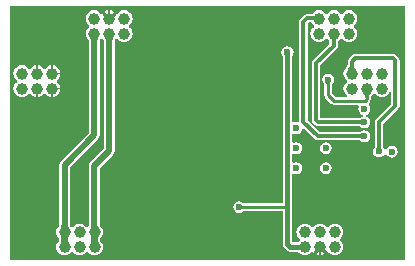
<source format=gbl>
G04*
G04 #@! TF.GenerationSoftware,Altium Limited,Altium Designer,20.1.8 (145)*
G04*
G04 Layer_Physical_Order=4*
G04 Layer_Color=16711680*
%FSTAX43Y43*%
%MOMM*%
G71*
G04*
G04 #@! TF.SameCoordinates,48CEEDD8-FEA7-46FE-8C49-AB3D6DD9764B*
G04*
G04*
G04 #@! TF.FilePolarity,Positive*
G04*
G01*
G75*
%ADD10C,0.250*%
%ADD35C,0.300*%
%ADD36C,0.400*%
%ADD37C,0.500*%
%ADD38C,1.000*%
%ADD39C,0.600*%
G36*
X0113257Y0090824D02*
X0079767D01*
Y0112314D01*
X0113257D01*
Y0090824D01*
D02*
G37*
%LPC*%
G36*
X0108452Y0111945D02*
X0108269Y0111921D01*
X0108099Y011185D01*
X0107953Y0111738D01*
X0107895Y0111664D01*
X0107738D01*
X0107681Y0111738D01*
X0107535Y011185D01*
X0107365Y0111921D01*
X0107182Y0111945D01*
X0106999Y0111921D01*
X0106829Y011185D01*
X0106683Y0111738D01*
X0106625Y0111664D01*
X0106468D01*
X0106411Y0111738D01*
X0106265Y011185D01*
X0106095Y0111921D01*
X0105912Y0111945D01*
X0105729Y0111921D01*
X0105559Y011185D01*
X0105413Y0111738D01*
X0105326Y0111626D01*
X0104963D01*
X0104827Y0111599D01*
X0104711Y0111521D01*
X0104359Y011117D01*
X0104282Y0111054D01*
X0104255Y0110917D01*
Y010255D01*
X0104254Y0102548D01*
X0104135Y0102455D01*
X0104132Y0102455D01*
X0104012Y0102479D01*
X0103817Y010244D01*
X0103789Y0102421D01*
X0103677Y0102481D01*
Y0108094D01*
X010374Y0108188D01*
X0103779Y0108383D01*
X010374Y0108578D01*
X010363Y0108744D01*
X0103464Y0108854D01*
X0103269Y0108893D01*
X0103074Y0108854D01*
X0102909Y0108744D01*
X0102798Y0108578D01*
X010276Y0108383D01*
X0102798Y0108188D01*
X0102862Y0108094D01*
Y00956D01*
X0099558D01*
X0099539Y0095629D01*
X0099374Y009574D01*
X0099178Y0095779D01*
X0098983Y009574D01*
X0098818Y0095629D01*
X0098707Y0095464D01*
X0098669Y0095269D01*
X0098707Y0095074D01*
X0098818Y0094908D01*
X0098983Y0094798D01*
X0099178Y0094759D01*
X0099374Y0094798D01*
X0099539Y0094908D01*
X0099558Y0094937D01*
X0102862D01*
Y0092133D01*
X0102862Y0092133D01*
X0102893Y0091977D01*
X0102981Y0091845D01*
X0103215Y009161D01*
X0103215Y009161D01*
X0103348Y0091522D01*
X0103504Y0091491D01*
X0104157D01*
X0104228Y00914D01*
X0104374Y0091287D01*
X0104544Y0091217D01*
X0104727Y0091193D01*
X010491Y0091217D01*
X010508Y0091287D01*
X0105226Y00914D01*
X0105283Y0091474D01*
X010544D01*
X0105498Y00914D01*
X0105644Y0091287D01*
X0105814Y0091217D01*
X0105922Y0091203D01*
Y0091899D01*
X0106072D01*
Y0091203D01*
X010618Y0091217D01*
X010635Y0091287D01*
X0106496Y00914D01*
X0106553Y0091474D01*
X010671D01*
X0106768Y00914D01*
X0106914Y0091287D01*
X0107084Y0091217D01*
X0107267Y0091193D01*
X010745Y0091217D01*
X010762Y0091287D01*
X0107766Y00914D01*
X0107878Y0091546D01*
X0107949Y0091716D01*
X0107973Y0091899D01*
X0107949Y0092082D01*
X0107878Y0092252D01*
X0107766Y0092398D01*
X0107692Y0092455D01*
Y0092612D01*
X0107766Y009267D01*
X0107878Y0092816D01*
X0107949Y0092986D01*
X0107973Y0093169D01*
X0107949Y0093352D01*
X0107878Y0093522D01*
X0107766Y0093668D01*
X010762Y009378D01*
X010745Y0093851D01*
X0107267Y0093875D01*
X0107084Y0093851D01*
X0106914Y009378D01*
X0106768Y0093668D01*
X010671Y0093594D01*
X0106553D01*
X0106496Y0093668D01*
X010635Y009378D01*
X010618Y0093851D01*
X0105997Y0093875D01*
X0105814Y0093851D01*
X0105644Y009378D01*
X0105498Y0093668D01*
X010544Y0093594D01*
X0105283D01*
X0105226Y0093668D01*
X010508Y009378D01*
X010491Y0093851D01*
X0104727Y0093875D01*
X0104544Y0093851D01*
X0104374Y009378D01*
X0104228Y0093668D01*
X0104115Y0093522D01*
X0104045Y0093352D01*
X0104021Y0093169D01*
X0104045Y0092986D01*
X0104115Y0092816D01*
X0104228Y009267D01*
X0104302Y0092612D01*
Y0092455D01*
X0104228Y0092398D01*
X0104157Y0092307D01*
X0103677D01*
Y0095269D01*
X0103673Y009529D01*
X0103677Y0095311D01*
Y0098056D01*
X0103789Y0098116D01*
X0103817Y0098098D01*
X0104012Y0098059D01*
X0104207Y0098098D01*
X0104372Y0098208D01*
X0104483Y0098374D01*
X0104522Y0098569D01*
X0104483Y0098764D01*
X0104372Y0098929D01*
X0104207Y009904D01*
X0104012Y0099079D01*
X0103817Y009904D01*
X0103789Y0099021D01*
X0103677Y0099081D01*
Y0099756D01*
X0103789Y0099816D01*
X0103817Y0099798D01*
X0104012Y0099759D01*
X0104207Y0099798D01*
X0104372Y0099908D01*
X0104483Y0100074D01*
X0104522Y0100269D01*
X0104483Y0100464D01*
X0104372Y0100629D01*
X0104207Y010074D01*
X0104012Y0100779D01*
X0103817Y010074D01*
X0103789Y0100721D01*
X0103677Y0100781D01*
Y0101456D01*
X0103789Y0101516D01*
X0103817Y0101498D01*
X0104012Y0101459D01*
X0104207Y0101498D01*
X0104372Y0101608D01*
X0104483Y0101774D01*
X0104506Y010189D01*
X0104644Y0101932D01*
X0105559Y0101016D01*
X0105675Y0100939D01*
X0105812Y0100912D01*
X0109424D01*
X0109426Y0100908D01*
X0109592Y0100798D01*
X0109787Y0100759D01*
X0109982Y0100798D01*
X0110147Y0100908D01*
X0110258Y0101074D01*
X0110297Y0101269D01*
X0110258Y0101464D01*
X0110147Y0101629D01*
X0109982Y010174D01*
X0109787Y0101779D01*
X0109592Y010174D01*
X0109426Y0101629D01*
X0109424Y0101626D01*
X010596D01*
X0104969Y0102617D01*
Y011077D01*
X0105111Y0110912D01*
X010529D01*
X01053Y0110886D01*
X0105413Y011074D01*
X0105487Y0110682D01*
Y0110525D01*
X0105413Y0110468D01*
X01053Y0110322D01*
X010523Y0110152D01*
X0105206Y0109969D01*
X010523Y0109786D01*
X01053Y0109616D01*
X0105413Y010947D01*
X0105559Y0109357D01*
X0105729Y0109287D01*
X0105912Y0109263D01*
X0106095Y0109287D01*
X0106265Y0109357D01*
X0106411Y010947D01*
X0106468Y0109544D01*
X0106625D01*
X0106683Y010947D01*
X0106825Y010936D01*
Y0109087D01*
X0105435Y0107697D01*
X0105358Y0107581D01*
X0105331Y0107445D01*
Y0102645D01*
X0105358Y0102508D01*
X0105435Y0102392D01*
X0105611Y0102216D01*
X0105727Y0102139D01*
X0105863Y0102112D01*
X0109424D01*
X0109426Y0102108D01*
X0109592Y0101998D01*
X0109787Y0101959D01*
X0109982Y0101998D01*
X0110147Y0102108D01*
X0110258Y0102274D01*
X0110297Y0102469D01*
X0110258Y0102664D01*
X0110147Y0102829D01*
X0109982Y010294D01*
X010991Y0102954D01*
Y0103084D01*
X0109982Y0103098D01*
X0110147Y0103208D01*
X0110258Y0103374D01*
X0110297Y0103569D01*
X0110258Y0103764D01*
X0110147Y0103929D01*
X011014Y0103934D01*
X0110133Y0104092D01*
X0110222Y0104181D01*
X0110294Y0104288D01*
X0110319Y0104415D01*
Y0104553D01*
X0110322Y0104567D01*
X0110328Y010459D01*
X0110337Y0104615D01*
X011035Y0104642D01*
X0110367Y0104671D01*
X0110387Y01047D01*
X0110447Y0104774D01*
X0110475Y0104803D01*
X0110487Y0104812D01*
X0110544Y0104886D01*
X0110702D01*
X0110759Y0104812D01*
X0110905Y01047D01*
X0111075Y0104629D01*
X0111258Y0104605D01*
X0111441Y0104629D01*
X0111611Y01047D01*
X0111757Y0104812D01*
X011187Y0104958D01*
X0111928Y0105099D01*
X0112055Y0105074D01*
Y0104017D01*
X0110759Y0102721D01*
X0110682Y0102605D01*
X0110655Y0102469D01*
Y0100375D01*
X0110654Y0100362D01*
X0110652Y010035D01*
X011065Y010034D01*
X0110549Y0100189D01*
X011051Y0099994D01*
X0110549Y0099799D01*
X0110659Y0099634D01*
X0110825Y0099523D01*
X011102Y0099484D01*
X0111215Y0099523D01*
X011138Y0099634D01*
X0111491Y0099799D01*
X0111499Y0099838D01*
X0111628D01*
X0111641Y0099774D01*
X0111751Y0099608D01*
X0111917Y0099498D01*
X0112112Y0099459D01*
X0112307Y0099498D01*
X0112472Y0099608D01*
X0112583Y0099774D01*
X0112622Y0099969D01*
X0112583Y0100164D01*
X0112472Y0100329D01*
X0112307Y010044D01*
X0112112Y0100479D01*
X0111917Y010044D01*
X0111751Y0100329D01*
X0111641Y0100164D01*
X0111633Y0100125D01*
X0111504D01*
X0111491Y0100189D01*
X011138Y0100355D01*
X0111372Y010036D01*
X0111372Y0100363D01*
X011137Y0100374D01*
X0111369Y0100388D01*
Y0102321D01*
X0112664Y0103616D01*
X0112741Y0103732D01*
X0112769Y0103869D01*
Y0107693D01*
X0112741Y010783D01*
X0112664Y0107945D01*
X0112488Y0108121D01*
X0112373Y0108199D01*
X0112236Y0108226D01*
X0109012D01*
X0108875Y0108199D01*
X0108759Y0108121D01*
X0108459Y0107821D01*
X0108382Y0107705D01*
X0108355Y0107569D01*
Y0107318D01*
X0108353Y0107304D01*
X0108347Y0107278D01*
X0108339Y0107252D01*
X0108327Y0107226D01*
X0108313Y0107198D01*
X0108295Y0107169D01*
X0108274Y010714D01*
X0108248Y0107109D01*
X0108229Y0107088D01*
X0108219Y010708D01*
X0108107Y0106934D01*
X0108036Y0106764D01*
X0108012Y0106581D01*
X0108036Y0106398D01*
X0108107Y0106228D01*
X0108219Y0106082D01*
X0108293Y0106025D01*
Y0105867D01*
X0108219Y010581D01*
X0108107Y0105664D01*
X0108036Y0105494D01*
X0108012Y0105311D01*
X0108036Y0105128D01*
X0108107Y0104958D01*
X0108219Y0104812D01*
X0108329Y0104727D01*
X0108286Y01046D01*
X0107349D01*
X0107043Y0104906D01*
Y0105653D01*
X0107045Y0105664D01*
X0107047Y0105676D01*
X010705Y0105685D01*
X0107053Y0105692D01*
X0107056Y0105697D01*
X0107056Y0105698D01*
X0107072Y0105708D01*
X0107183Y0105874D01*
X0107222Y0106069D01*
X0107183Y0106264D01*
X0107072Y0106429D01*
X0106907Y010654D01*
X0106712Y0106579D01*
X0106517Y010654D01*
X0106351Y0106429D01*
X0106241Y0106264D01*
X0106202Y0106069D01*
X0106241Y0105874D01*
X0106351Y0105708D01*
X0106368Y0105698D01*
X0106368Y0105697D01*
X010637Y0105692D01*
X0106373Y0105685D01*
X0106376Y0105676D01*
X0106379Y0105664D01*
X010638Y0105653D01*
Y0104769D01*
X0106406Y0104642D01*
X0106477Y0104535D01*
X0106978Y0104034D01*
X0107085Y0103963D01*
X0107212Y0103937D01*
X0109279D01*
X0109347Y010381D01*
X0109316Y0103764D01*
X0109277Y0103569D01*
X0109316Y0103374D01*
X0109426Y0103208D01*
X0109592Y0103098D01*
X0109663Y0103084D01*
Y0102954D01*
X0109592Y010294D01*
X0109426Y0102829D01*
X0109424Y0102826D01*
X0106044D01*
Y0107297D01*
X0107434Y0108686D01*
X0107511Y0108802D01*
X0107539Y0108939D01*
Y010936D01*
X0107681Y010947D01*
X0107738Y0109544D01*
X0107895D01*
X0107953Y010947D01*
X0108099Y0109357D01*
X0108269Y0109287D01*
X0108452Y0109263D01*
X0108635Y0109287D01*
X0108805Y0109357D01*
X0108951Y010947D01*
X0109063Y0109616D01*
X0109134Y0109786D01*
X0109158Y0109969D01*
X0109134Y0110152D01*
X0109063Y0110322D01*
X0108951Y0110468D01*
X0108877Y0110525D01*
Y0110682D01*
X0108951Y011074D01*
X0109063Y0110886D01*
X0109134Y0111056D01*
X0109158Y0111239D01*
X0109134Y0111422D01*
X0109063Y0111592D01*
X0108951Y0111738D01*
X0108805Y011185D01*
X0108635Y0111921D01*
X0108452Y0111945D01*
D02*
G37*
G36*
X0089452D02*
X0089269Y0111921D01*
X0089099Y011185D01*
X0088953Y0111738D01*
X0088895Y0111664D01*
X0088738D01*
X0088681Y0111738D01*
X0088535Y011185D01*
X0088365Y0111921D01*
X0088257Y0111935D01*
Y0111239D01*
X0088107D01*
Y0111935D01*
X0087999Y0111921D01*
X0087829Y011185D01*
X0087683Y0111738D01*
X0087625Y0111664D01*
X0087468D01*
X0087411Y0111738D01*
X0087265Y011185D01*
X0087095Y0111921D01*
X0086912Y0111945D01*
X0086729Y0111921D01*
X0086559Y011185D01*
X0086413Y0111738D01*
X00863Y0111592D01*
X008623Y0111422D01*
X0086206Y0111239D01*
X008623Y0111056D01*
X00863Y0110886D01*
X0086413Y011074D01*
X0086487Y0110682D01*
Y0110525D01*
X0086413Y0110468D01*
X00863Y0110322D01*
X008623Y0110152D01*
X0086206Y0109969D01*
X008623Y0109786D01*
X00863Y0109616D01*
X0086413Y010947D01*
X008642Y0109464D01*
X0086423Y010946D01*
X0086428Y0109451D01*
X0086433Y0109436D01*
X008644Y0109416D01*
X0086446Y010939D01*
X008645Y0109362D01*
X0086453Y0109328D01*
Y0101559D01*
X0084067Y0099173D01*
X0083968Y0099024D01*
X0083933Y0098849D01*
Y00938D01*
X0083931Y0093779D01*
X0083926Y0093747D01*
X008392Y0093722D01*
X0083913Y0093701D01*
X0083908Y0093687D01*
X0083903Y0093677D01*
X00839Y0093674D01*
X0083893Y0093668D01*
X008378Y0093522D01*
X008371Y0093352D01*
X0083686Y0093169D01*
X008371Y0092986D01*
X008378Y0092816D01*
X0083893Y009267D01*
X00839Y0092664D01*
X0083903Y009266D01*
X0083908Y0092651D01*
X0083913Y0092636D01*
X008392Y0092616D01*
X0083926Y009259D01*
X008393Y0092562D01*
X0083933Y0092529D01*
X0083931Y0092509D01*
X0083926Y0092477D01*
X008392Y0092452D01*
X0083913Y0092431D01*
X0083908Y0092417D01*
X0083903Y0092407D01*
X00839Y0092404D01*
X0083893Y0092398D01*
X008378Y0092252D01*
X008371Y0092082D01*
X0083686Y0091899D01*
X008371Y0091716D01*
X008378Y0091546D01*
X0083893Y00914D01*
X0084039Y0091287D01*
X0084209Y0091217D01*
X0084392Y0091193D01*
X0084575Y0091217D01*
X0084745Y0091287D01*
X0084891Y00914D01*
X0084948Y0091474D01*
X0085105D01*
X0085163Y00914D01*
X0085309Y0091287D01*
X0085479Y0091217D01*
X0085662Y0091193D01*
X0085845Y0091217D01*
X0086015Y0091287D01*
X0086161Y00914D01*
X0086218Y0091474D01*
X0086375D01*
X0086433Y00914D01*
X0086579Y0091287D01*
X0086749Y0091217D01*
X0086932Y0091193D01*
X0087115Y0091217D01*
X0087285Y0091287D01*
X0087431Y00914D01*
X0087543Y0091546D01*
X0087614Y0091716D01*
X0087638Y0091899D01*
X0087614Y0092082D01*
X0087543Y0092252D01*
X0087431Y0092398D01*
X0087423Y0092404D01*
X0087421Y0092407D01*
X0087416Y0092417D01*
X008741Y0092431D01*
X0087404Y0092452D01*
X0087398Y0092477D01*
X0087393Y0092506D01*
X0087391Y0092538D01*
X0087393Y0092559D01*
X0087398Y009259D01*
X0087404Y0092616D01*
X008741Y0092636D01*
X0087416Y0092651D01*
X0087421Y009266D01*
X0087423Y0092664D01*
X0087431Y009267D01*
X0087543Y0092816D01*
X0087614Y0092986D01*
X0087638Y0093169D01*
X0087614Y0093352D01*
X0087543Y0093522D01*
X0087431Y0093668D01*
X0087414Y0093681D01*
X0087404Y0093692D01*
X0087401Y0093695D01*
X0087397Y0093704D01*
X0087391Y0093717D01*
X0087384Y0093736D01*
X0087378Y0093761D01*
X0087374Y0093789D01*
X0087371Y0093824D01*
Y0098579D01*
X0088506Y0099714D01*
X0088606Y0099863D01*
X0088641Y0100039D01*
Y0109337D01*
X0088643Y0109359D01*
X0088648Y010939D01*
X0088654Y0109416D01*
X008866Y0109436D01*
X0088666Y0109451D01*
X0088671Y010946D01*
X0088673Y0109464D01*
X0088681Y010947D01*
X0088738Y0109544D01*
X0088895D01*
X0088953Y010947D01*
X0089099Y0109357D01*
X0089269Y0109287D01*
X0089452Y0109263D01*
X0089635Y0109287D01*
X0089805Y0109357D01*
X0089951Y010947D01*
X0090063Y0109616D01*
X0090134Y0109786D01*
X0090158Y0109969D01*
X0090134Y0110152D01*
X0090063Y0110322D01*
X0089951Y0110468D01*
X0089877Y0110525D01*
Y0110682D01*
X0089951Y011074D01*
X0090063Y0110886D01*
X0090134Y0111056D01*
X0090158Y0111239D01*
X0090134Y0111422D01*
X0090063Y0111592D01*
X0089951Y0111738D01*
X0089805Y011185D01*
X0089635Y0111921D01*
X0089452Y0111945D01*
D02*
G37*
G36*
X0083381Y0107277D02*
Y0106656D01*
X0084002D01*
X0083988Y0106764D01*
X0083918Y0106934D01*
X0083805Y010708D01*
X0083659Y0107193D01*
X0083489Y0107263D01*
X0083381Y0107277D01*
D02*
G37*
G36*
X0080766Y0107287D02*
X0080583Y0107263D01*
X0080413Y0107193D01*
X0080267Y010708D01*
X0080155Y0106934D01*
X0080084Y0106764D01*
X008006Y0106581D01*
X0080084Y0106398D01*
X0080155Y0106228D01*
X0080267Y0106082D01*
X0080341Y0106025D01*
Y0105867D01*
X0080267Y010581D01*
X0080155Y0105664D01*
X0080084Y0105494D01*
X008006Y0105311D01*
X0080084Y0105128D01*
X0080155Y0104958D01*
X0080267Y0104812D01*
X0080413Y01047D01*
X0080583Y0104629D01*
X0080766Y0104605D01*
X0080949Y0104629D01*
X0081119Y01047D01*
X0081265Y0104812D01*
X0081322Y0104886D01*
X008148D01*
X0081537Y0104812D01*
X0081683Y01047D01*
X0081853Y0104629D01*
X0081961Y0104615D01*
Y0105311D01*
X0082111D01*
Y0104615D01*
X0082219Y0104629D01*
X0082389Y01047D01*
X0082535Y0104812D01*
X0082592Y0104886D01*
X008275D01*
X0082807Y0104812D01*
X0082953Y01047D01*
X0083123Y0104629D01*
X0083231Y0104615D01*
Y0105311D01*
X0083306D01*
Y0105386D01*
X0084002D01*
X0083988Y0105494D01*
X0083918Y0105664D01*
X0083805Y010581D01*
X0083731Y0105867D01*
Y0106025D01*
X0083805Y0106082D01*
X0083918Y0106228D01*
X0083988Y0106398D01*
X0084002Y0106506D01*
X0083306D01*
Y0106581D01*
X0083231D01*
Y0107277D01*
X0083123Y0107263D01*
X0082953Y0107193D01*
X0082807Y010708D01*
X008275Y0107006D01*
X0082592D01*
X0082535Y010708D01*
X0082389Y0107193D01*
X0082219Y0107263D01*
X0082111Y0107277D01*
Y0106581D01*
X0081961D01*
Y0107277D01*
X0081853Y0107263D01*
X0081683Y0107193D01*
X0081537Y010708D01*
X008148Y0107006D01*
X0081322D01*
X0081265Y010708D01*
X0081119Y0107193D01*
X0080949Y0107263D01*
X0080766Y0107287D01*
D02*
G37*
G36*
X0084002Y0105236D02*
X0083381D01*
Y0104615D01*
X0083489Y0104629D01*
X0083659Y01047D01*
X0083805Y0104812D01*
X0083918Y0104958D01*
X0083988Y0105128D01*
X0084002Y0105236D01*
D02*
G37*
G36*
X0106512Y0100779D02*
X0106317Y010074D01*
X0106151Y0100629D01*
X0106041Y0100464D01*
X0106002Y0100269D01*
X0106041Y0100074D01*
X0106151Y0099908D01*
X0106317Y0099798D01*
X0106512Y0099759D01*
X0106707Y0099798D01*
X0106872Y0099908D01*
X0106983Y0100074D01*
X0107022Y0100269D01*
X0106983Y0100464D01*
X0106872Y0100629D01*
X0106707Y010074D01*
X0106512Y0100779D01*
D02*
G37*
G36*
Y0099079D02*
X0106317Y009904D01*
X0106151Y0098929D01*
X0106041Y0098764D01*
X0106002Y0098569D01*
X0106041Y0098374D01*
X0106151Y0098208D01*
X0106317Y0098098D01*
X0106512Y0098059D01*
X0106707Y0098098D01*
X0106872Y0098208D01*
X0106983Y0098374D01*
X0107022Y0098569D01*
X0106983Y0098764D01*
X0106872Y0098929D01*
X0106707Y009904D01*
X0106512Y0099079D01*
D02*
G37*
%LPD*%
G36*
X0108864Y0107315D02*
X010887Y0107271D01*
X010888Y0107228D01*
X0108894Y0107185D01*
X0108912Y0107143D01*
X0108934Y0107102D01*
X0108961Y0107061D01*
X0108991Y0107021D01*
X0109025Y0106981D01*
X0109064Y0106943D01*
X0108364Y0106934D01*
X0108401Y0106974D01*
X0108435Y0107014D01*
X0108465Y0107055D01*
X010849Y0107097D01*
X0108512Y0107139D01*
X010853Y0107181D01*
X0108544Y0107224D01*
X0108554Y0107268D01*
X010856Y0107312D01*
X0108562Y0107356D01*
X0108862Y010736D01*
X0108864Y0107315D01*
D02*
G37*
G36*
X0106906Y0105837D02*
X0106891Y0105818D01*
X0106878Y0105798D01*
X0106867Y0105776D01*
X0106858Y0105753D01*
X010685Y0105729D01*
X0106844Y0105703D01*
X010684Y0105675D01*
X0106838Y0105646D01*
X0106837Y0105616D01*
X0106587D01*
X0106586Y0105646D01*
X0106583Y0105675D01*
X0106579Y0105703D01*
X0106573Y0105729D01*
X0106566Y0105753D01*
X0106556Y0105776D01*
X0106545Y0105798D01*
X0106532Y0105818D01*
X0106518Y0105837D01*
X0106502Y0105855D01*
X0106922D01*
X0106906Y0105837D01*
D02*
G37*
G36*
X0110295Y010491D02*
X0110223Y0104823D01*
X0110194Y010478D01*
X0110169Y0104737D01*
X0110149Y0104694D01*
X0110133Y0104652D01*
X0110122Y010461D01*
X0110115Y0104568D01*
X0110113Y0104527D01*
X0109863D01*
X0109861Y0104568D01*
X0109854Y010461D01*
X0109843Y0104652D01*
X0109827Y0104694D01*
X0109807Y0104737D01*
X0109782Y010478D01*
X0109753Y0104823D01*
X0109719Y0104866D01*
X0109681Y010491D01*
X0109638Y0104954D01*
X0110338D01*
X0110295Y010491D01*
D02*
G37*
G36*
X0111162Y0100406D02*
X0111167Y0100348D01*
X0111172Y0100323D01*
X0111177Y0100299D01*
X0111184Y0100278D01*
X0111192Y0100258D01*
X0111202Y0100241D01*
X0111212Y0100227D01*
X0111224Y0100214D01*
X0110804Y0100203D01*
X0110815Y0100216D01*
X0110825Y0100231D01*
X0110834Y0100248D01*
X0110841Y0100268D01*
X0110847Y0100289D01*
X0110853Y0100313D01*
X0110857Y0100339D01*
X0110861Y0100397D01*
X0110862Y0100429D01*
X0111162Y0100438D01*
X0111162Y0100406D01*
D02*
G37*
G36*
X0088513Y010959D02*
X0088496Y0109565D01*
X0088481Y0109537D01*
X0088468Y0109505D01*
X0088457Y0109469D01*
X0088448Y0109429D01*
X0088441Y0109386D01*
X0088436Y010934D01*
X0088432Y0109236D01*
X0087932D01*
X0087931Y010929D01*
X0087923Y0109386D01*
X0087916Y0109429D01*
X0087907Y0109469D01*
X0087896Y0109505D01*
X0087883Y0109537D01*
X0087868Y0109565D01*
X0087851Y010959D01*
X0087832Y0109612D01*
X0088532D01*
X0088513Y010959D01*
D02*
G37*
G36*
X0087243D02*
X0087226Y0109565D01*
X0087211Y0109537D01*
X0087198Y0109505D01*
X0087187Y0109469D01*
X0087178Y0109429D01*
X0087171Y0109386D01*
X0087166Y010934D01*
X0087162Y0109236D01*
X0086662D01*
X0086661Y010929D01*
X0086653Y0109386D01*
X0086646Y0109429D01*
X0086637Y0109469D01*
X0086626Y0109505D01*
X0086613Y0109537D01*
X0086598Y0109565D01*
X0086581Y010959D01*
X0086562Y0109612D01*
X0087262D01*
X0087243Y010959D01*
D02*
G37*
G36*
X0087683Y010947D02*
X008769Y0109464D01*
X0087693Y010946D01*
X0087698Y0109451D01*
X0087703Y0109436D01*
X008771Y0109416D01*
X0087716Y010939D01*
X008772Y0109362D01*
X0087723Y0109328D01*
Y0100229D01*
X0086587Y0099093D01*
X0086488Y0098944D01*
X0086453Y0098769D01*
Y0093793D01*
X0086451Y0093762D01*
X0086446Y0093732D01*
X008644Y0093706D01*
X0086434Y0093684D01*
X0086428Y0093668D01*
X0086423Y0093658D01*
X008642Y0093653D01*
X008641Y0093641D01*
X0086407Y0093634D01*
X0086375Y0093594D01*
X0086218D01*
X0086161Y0093668D01*
X0086015Y009378D01*
X0085845Y0093851D01*
X0085662Y0093875D01*
X0085479Y0093851D01*
X0085309Y009378D01*
X0085163Y0093668D01*
X0085105Y0093594D01*
X0084948D01*
X0084891Y0093668D01*
X0084883Y0093674D01*
X0084881Y0093677D01*
X0084876Y0093687D01*
X008487Y0093701D01*
X0084864Y0093722D01*
X0084858Y0093747D01*
X0084853Y0093776D01*
X0084851Y0093809D01*
Y0098659D01*
X0087236Y0101044D01*
X0087336Y0101193D01*
X0087371Y0101369D01*
Y0109337D01*
X0087373Y0109359D01*
X0087378Y010939D01*
X0087384Y0109416D01*
X008739Y0109436D01*
X0087396Y0109451D01*
X0087401Y010946D01*
X0087403Y0109464D01*
X0087411Y010947D01*
X0087468Y0109544D01*
X0087625D01*
X0087683Y010947D01*
D02*
G37*
G36*
X0084643Y0093848D02*
X0084651Y0093751D01*
X0084658Y0093708D01*
X0084667Y0093669D01*
X0084678Y0093633D01*
X0084691Y0093601D01*
X0084706Y0093572D01*
X0084723Y0093547D01*
X0084742Y0093526D01*
X0084042D01*
X0084061Y0093547D01*
X0084078Y0093572D01*
X0084093Y0093601D01*
X0084106Y0093633D01*
X0084117Y0093669D01*
X0084126Y0093708D01*
X0084133Y0093751D01*
X0084138Y0093798D01*
X0084142Y0093902D01*
X0084642D01*
X0084643Y0093848D01*
D02*
G37*
G36*
X0087163Y0093859D02*
X0087171Y0093762D01*
X0087179Y009372D01*
X0087188Y0093681D01*
X00872Y0093645D01*
X0087213Y0093613D01*
X0087229Y0093585D01*
X0087247Y009356D01*
X0087267Y009354D01*
X0086568Y0093512D01*
X0086586Y0093533D01*
X0086602Y0093559D01*
X0086616Y0093588D01*
X0086628Y009362D01*
X0086638Y0093656D01*
X0086647Y0093696D01*
X0086653Y0093739D01*
X0086661Y0093836D01*
X0086662Y009389D01*
X0087162Y0093913D01*
X0087163Y0093859D01*
D02*
G37*
G36*
X0087263Y009279D02*
X0087246Y0092765D01*
X0087231Y0092737D01*
X0087218Y0092705D01*
X0087207Y0092669D01*
X0087198Y0092629D01*
X0087191Y0092586D01*
X0087186Y0092541D01*
X0087191Y0092481D01*
X0087198Y0092438D01*
X0087207Y0092399D01*
X0087218Y0092363D01*
X0087231Y0092331D01*
X0087246Y0092302D01*
X0087263Y0092277D01*
X0087282Y0092256D01*
X0086582D01*
X0086601Y0092277D01*
X0086618Y0092302D01*
X0086633Y0092331D01*
X0086646Y0092363D01*
X0086657Y0092399D01*
X0086666Y0092438D01*
X0086673Y0092481D01*
X0086678Y0092527D01*
X0086673Y0092586D01*
X0086666Y0092629D01*
X0086657Y0092669D01*
X0086646Y0092705D01*
X0086633Y0092737D01*
X0086618Y0092765D01*
X0086601Y009279D01*
X0086582Y0092812D01*
X0087282D01*
X0087263Y009279D01*
D02*
G37*
G36*
X0084723D02*
X0084706Y0092765D01*
X0084691Y0092737D01*
X0084678Y0092705D01*
X0084667Y0092669D01*
X0084658Y0092629D01*
X0084651Y0092586D01*
X0084646Y0092541D01*
X0084651Y0092481D01*
X0084658Y0092438D01*
X0084667Y0092399D01*
X0084678Y0092363D01*
X0084691Y0092331D01*
X0084706Y0092302D01*
X0084723Y0092277D01*
X0084742Y0092256D01*
X0084042D01*
X0084061Y0092277D01*
X0084078Y0092302D01*
X0084093Y0092331D01*
X0084106Y0092363D01*
X0084117Y0092399D01*
X0084126Y0092438D01*
X0084133Y0092481D01*
X0084138Y0092527D01*
X0084133Y0092586D01*
X0084126Y0092629D01*
X0084117Y0092669D01*
X0084106Y0092705D01*
X0084093Y0092737D01*
X0084078Y0092765D01*
X0084061Y009279D01*
X0084042Y0092812D01*
X0084742D01*
X0084723Y009279D01*
D02*
G37*
D10*
X0105997Y0091899D02*
X0106496Y00914D01*
X0105498D02*
X0105997Y0091899D01*
X0088182Y0111239D02*
X0088681Y0111738D01*
X0087683D02*
X0088182Y0111239D01*
X0106712Y0104769D02*
Y0106069D01*
X0099178Y0095269D02*
X0103312D01*
X0107212Y0104269D02*
X0109842D01*
X0109988Y0104415D01*
Y0105311D01*
X0106712Y0104769D02*
X0107212Y0104269D01*
D35*
X0104612Y0102469D02*
X0105812Y0101269D01*
X0109787D01*
X0104612Y0102469D02*
Y0110917D01*
X0107182Y0108939D02*
Y0109969D01*
X0105688Y0107445D02*
X0107182Y0108939D01*
X0104963Y0111269D02*
X0105882D01*
X0104612Y0110917D02*
X0104963Y0111269D01*
X0105863Y0102469D02*
X0109712D01*
X0105688Y0102645D02*
X0105863Y0102469D01*
X0105688Y0102645D02*
Y0107445D01*
X0111012Y0100002D02*
X011102Y0099994D01*
X0111012Y0100002D02*
Y0102469D01*
X0112412Y0103869D01*
Y0107693D01*
X0107112Y0109899D02*
X0107182Y0109969D01*
X0105882Y0111269D02*
X0105912Y0111239D01*
X0109012Y0107869D02*
X0112236D01*
X0112412Y0107693D01*
X0108712Y0107569D02*
X0109012Y0107869D01*
X0108712Y0106587D02*
Y0107569D01*
Y0106587D02*
X0108718Y0106581D01*
D36*
X0103504Y0091899D02*
X0104727D01*
X0103269Y0092133D02*
X0103504Y0091899D01*
X0103269Y0092133D02*
Y0095269D01*
Y0095311D02*
Y0108383D01*
D37*
X0086912Y0098769D02*
X0088182Y0100039D01*
Y0109969D01*
X0086912Y0093189D02*
Y0098769D01*
Y0093189D02*
X0086932Y0093169D01*
X0084392Y0098849D02*
X0086912Y0101369D01*
X0084392Y0093169D02*
Y0098849D01*
X0086912Y0101369D02*
Y0109969D01*
X0084392Y0091899D02*
Y0093169D01*
X0086932Y0091899D02*
Y0093169D01*
D38*
X0108718Y0106581D02*
D03*
Y0105311D02*
D03*
X0109988Y0106581D02*
D03*
Y0105311D02*
D03*
X0111258Y0106581D02*
D03*
Y0105311D02*
D03*
X0105912Y0109969D02*
D03*
Y0111239D02*
D03*
X0107182Y0109969D02*
D03*
Y0111239D02*
D03*
X0108452Y0109969D02*
D03*
Y0111239D02*
D03*
X0107267Y0093169D02*
D03*
Y0091899D02*
D03*
X0105997Y0093169D02*
D03*
Y0091899D02*
D03*
X0104727Y0093169D02*
D03*
Y0091899D02*
D03*
X0086912Y0109969D02*
D03*
Y0111239D02*
D03*
X0088182Y0109969D02*
D03*
Y0111239D02*
D03*
X0089452Y0109969D02*
D03*
Y0111239D02*
D03*
X0086932Y0093169D02*
D03*
Y0091899D02*
D03*
X0085662Y0093169D02*
D03*
Y0091899D02*
D03*
X0084392Y0093169D02*
D03*
Y0091899D02*
D03*
X0080766Y0106581D02*
D03*
Y0105311D02*
D03*
X0082036Y0106581D02*
D03*
Y0105311D02*
D03*
X0083306Y0106581D02*
D03*
Y0105311D02*
D03*
D39*
X0102058Y0104492D02*
D03*
X0089812Y0104769D02*
D03*
X0083306Y0108569D02*
D03*
X0104012Y0098569D02*
D03*
Y0100269D02*
D03*
Y0101969D02*
D03*
X0089912Y0095869D02*
D03*
X0083212D02*
D03*
X0085662D02*
D03*
X0107738Y0108369D02*
D03*
X0105412Y0108383D02*
D03*
X0106512Y0098569D02*
D03*
Y0100269D02*
D03*
X0089877Y0108569D02*
D03*
X0085412Y0108576D02*
D03*
X0111012Y0095169D02*
D03*
X0100496Y0093908D02*
D03*
X0101803Y009267D02*
D03*
X0098012Y0101005D02*
D03*
X0098387Y0109151D02*
D03*
X0095212D02*
D03*
X0098387Y0104719D02*
D03*
Y0107144D02*
D03*
X0095212D02*
D03*
X011102Y0099994D02*
D03*
X0109787Y0101269D02*
D03*
X0111012Y0096769D02*
D03*
X0103269Y0108383D02*
D03*
X0110212Y0099869D02*
D03*
X0095173Y0101419D02*
D03*
X0091181Y0101423D02*
D03*
X0095212Y0104769D02*
D03*
X0097249Y0102186D02*
D03*
X0085845Y0104769D02*
D03*
X0084512Y0100969D02*
D03*
X0109787Y0102469D02*
D03*
Y0103569D02*
D03*
X0106712Y0106069D02*
D03*
X0108344Y0103636D02*
D03*
X0095212Y0096372D02*
D03*
X0105074Y0095949D02*
D03*
X0106625Y0094419D02*
D03*
X0101432Y0097734D02*
D03*
X0099178Y0095269D02*
D03*
X0095212Y0097969D02*
D03*
X0112112Y0099969D02*
D03*
M02*

</source>
